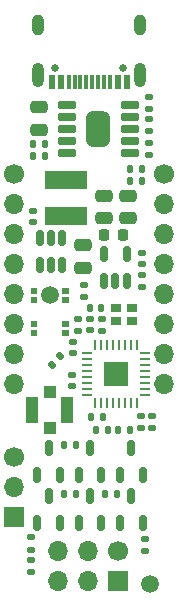
<source format=gbr>
%TF.GenerationSoftware,KiCad,Pcbnew,8.0.5-8.0.5-0~ubuntu24.04.1*%
%TF.CreationDate,2024-10-10T17:44:54+02:00*%
%TF.ProjectId,epi_ESP32_PD,6570695f-4553-4503-9332-5f50442e6b69,1_1*%
%TF.SameCoordinates,Original*%
%TF.FileFunction,Soldermask,Top*%
%TF.FilePolarity,Negative*%
%FSLAX46Y46*%
G04 Gerber Fmt 4.6, Leading zero omitted, Abs format (unit mm)*
G04 Created by KiCad (PCBNEW 8.0.5-8.0.5-0~ubuntu24.04.1) date 2024-10-10 17:44:54*
%MOMM*%
%LPD*%
G01*
G04 APERTURE LIST*
G04 Aperture macros list*
%AMRoundRect*
0 Rectangle with rounded corners*
0 $1 Rounding radius*
0 $2 $3 $4 $5 $6 $7 $8 $9 X,Y pos of 4 corners*
0 Add a 4 corners polygon primitive as box body*
4,1,4,$2,$3,$4,$5,$6,$7,$8,$9,$2,$3,0*
0 Add four circle primitives for the rounded corners*
1,1,$1+$1,$2,$3*
1,1,$1+$1,$4,$5*
1,1,$1+$1,$6,$7*
1,1,$1+$1,$8,$9*
0 Add four rect primitives between the rounded corners*
20,1,$1+$1,$2,$3,$4,$5,0*
20,1,$1+$1,$4,$5,$6,$7,0*
20,1,$1+$1,$6,$7,$8,$9,0*
20,1,$1+$1,$8,$9,$2,$3,0*%
G04 Aperture macros list end*
%ADD10RoundRect,0.062500X-0.375000X-0.062500X0.375000X-0.062500X0.375000X0.062500X-0.375000X0.062500X0*%
%ADD11RoundRect,0.062500X-0.062500X-0.375000X0.062500X-0.375000X0.062500X0.375000X-0.062500X0.375000X0*%
%ADD12R,2.000000X2.000000*%
%ADD13RoundRect,0.135000X-0.135000X-0.185000X0.135000X-0.185000X0.135000X0.185000X-0.135000X0.185000X0*%
%ADD14RoundRect,0.135000X0.135000X0.185000X-0.135000X0.185000X-0.135000X-0.185000X0.135000X-0.185000X0*%
%ADD15C,1.500000*%
%ADD16RoundRect,0.150000X0.150000X-0.512500X0.150000X0.512500X-0.150000X0.512500X-0.150000X-0.512500X0*%
%ADD17R,3.600000X1.500000*%
%ADD18R,0.900000X0.800000*%
%ADD19RoundRect,0.140000X-0.170000X0.140000X-0.170000X-0.140000X0.170000X-0.140000X0.170000X0.140000X0*%
%ADD20RoundRect,0.140000X0.170000X-0.140000X0.170000X0.140000X-0.170000X0.140000X-0.170000X-0.140000X0*%
%ADD21RoundRect,0.135000X0.185000X-0.135000X0.185000X0.135000X-0.185000X0.135000X-0.185000X-0.135000X0*%
%ADD22RoundRect,0.140000X-0.140000X-0.170000X0.140000X-0.170000X0.140000X0.170000X-0.140000X0.170000X0*%
%ADD23RoundRect,0.135000X-0.185000X0.135000X-0.185000X-0.135000X0.185000X-0.135000X0.185000X0.135000X0*%
%ADD24RoundRect,0.135000X-0.035355X0.226274X-0.226274X0.035355X0.035355X-0.226274X0.226274X-0.035355X0*%
%ADD25RoundRect,0.250000X0.475000X-0.250000X0.475000X0.250000X-0.475000X0.250000X-0.475000X-0.250000X0*%
%ADD26C,1.700000*%
%ADD27O,1.700000X1.700000*%
%ADD28R,1.700000X1.700000*%
%ADD29RoundRect,0.250000X-0.475000X0.250000X-0.475000X-0.250000X0.475000X-0.250000X0.475000X0.250000X0*%
%ADD30RoundRect,0.225000X0.225000X0.250000X-0.225000X0.250000X-0.225000X-0.250000X0.225000X-0.250000X0*%
%ADD31R,1.000000X1.000000*%
%ADD32R,1.050000X2.200000*%
%ADD33RoundRect,0.500000X0.500000X1.000000X-0.500000X1.000000X-0.500000X-1.000000X0.500000X-1.000000X0*%
%ADD34RoundRect,0.150000X0.637500X0.150000X-0.637500X0.150000X-0.637500X-0.150000X0.637500X-0.150000X0*%
%ADD35C,0.650000*%
%ADD36R,0.600000X1.240000*%
%ADD37R,0.300000X1.240000*%
%ADD38O,1.000000X2.100000*%
%ADD39O,1.000000X1.800000*%
G04 APERTURE END LIST*
%TO.C,SW2*%
G36*
X99850000Y-58100000D02*
G01*
X99300000Y-58100000D01*
X99300000Y-57550000D01*
X99850000Y-57550000D01*
X99850000Y-58100000D01*
G37*
G36*
X99850000Y-58850000D02*
G01*
X99300000Y-58850000D01*
X99300000Y-58300000D01*
X99850000Y-58300000D01*
X99850000Y-58850000D01*
G37*
G36*
X102500000Y-58100000D02*
G01*
X101950000Y-58100000D01*
X101950000Y-57550000D01*
X102500000Y-57550000D01*
X102500000Y-58100000D01*
G37*
G36*
X102500000Y-58850000D02*
G01*
X101950000Y-58850000D01*
X101950000Y-58300000D01*
X102500000Y-58300000D01*
X102500000Y-58850000D01*
G37*
%TO.C,SW1*%
G36*
X99850000Y-60900000D02*
G01*
X99300000Y-60900000D01*
X99300000Y-60350000D01*
X99850000Y-60350000D01*
X99850000Y-60900000D01*
G37*
G36*
X99850000Y-61650000D02*
G01*
X99300000Y-61650000D01*
X99300000Y-61100000D01*
X99850000Y-61100000D01*
X99850000Y-61650000D01*
G37*
G36*
X102500000Y-60900000D02*
G01*
X101950000Y-60900000D01*
X101950000Y-60350000D01*
X102500000Y-60350000D01*
X102500000Y-60900000D01*
G37*
G36*
X102500000Y-61650000D02*
G01*
X101950000Y-61650000D01*
X101950000Y-61100000D01*
X102500000Y-61100000D01*
X102500000Y-61650000D01*
G37*
%TD*%
D10*
%TO.C,U1*%
X104062500Y-63087500D03*
X104062500Y-63587500D03*
X104062500Y-64087500D03*
X104062500Y-64587500D03*
X104062500Y-65087500D03*
X104062500Y-65587500D03*
X104062500Y-66087500D03*
X104062500Y-66587500D03*
D11*
X104750000Y-67275000D03*
X105250000Y-67275000D03*
X105750000Y-67275000D03*
X106250000Y-67275000D03*
X106750000Y-67275000D03*
X107250000Y-67275000D03*
X107750000Y-67275000D03*
X108250000Y-67275000D03*
D10*
X108937500Y-66587500D03*
X108937500Y-66087500D03*
X108937500Y-65587500D03*
X108937500Y-65087500D03*
X108937500Y-64587500D03*
X108937500Y-64087500D03*
X108937500Y-63587500D03*
X108937500Y-63087500D03*
D11*
X108250000Y-62400000D03*
X107750000Y-62400000D03*
X107250000Y-62400000D03*
X106750000Y-62400000D03*
X106250000Y-62400000D03*
X105750000Y-62400000D03*
X105250000Y-62400000D03*
X104750000Y-62400000D03*
D12*
X106500000Y-64837500D03*
%TD*%
D13*
%TO.C,R10*%
X102080000Y-75000000D03*
X103100000Y-75000000D03*
%TD*%
D14*
%TO.C,R11*%
X106610000Y-75000000D03*
X105590000Y-75000000D03*
%TD*%
D15*
%TO.C,REF\u002A\u002A*%
X100900000Y-58200000D03*
%TD*%
D16*
%TO.C,Q4*%
X106857536Y-77475000D03*
X108757536Y-77475000D03*
X107807536Y-75200000D03*
%TD*%
D13*
%TO.C,R15*%
X99490000Y-46400000D03*
X100510000Y-46400000D03*
%TD*%
D16*
%TO.C,Q6*%
X99857536Y-77475000D03*
X101757536Y-77475000D03*
X100807536Y-75200000D03*
%TD*%
D17*
%TO.C,L2*%
X102300000Y-51500000D03*
X102300000Y-48450000D03*
%TD*%
D16*
%TO.C,Q2*%
X103357536Y-77475000D03*
X105257536Y-77475000D03*
X104307536Y-75200000D03*
%TD*%
D18*
%TO.C,Y1*%
X106500000Y-60400000D03*
X107900000Y-60400000D03*
X107900000Y-59300000D03*
X106500000Y-59300000D03*
%TD*%
D13*
%TO.C,R7*%
X99480000Y-45400000D03*
X100500000Y-45400000D03*
%TD*%
D19*
%TO.C,C2*%
X103300000Y-60220000D03*
X103300000Y-61180000D03*
%TD*%
D13*
%TO.C,R9*%
X102090000Y-70900000D03*
X103110000Y-70900000D03*
%TD*%
D16*
%TO.C,U2*%
X105500000Y-56937500D03*
X106450000Y-56937500D03*
X107400000Y-56937500D03*
X107400000Y-54662500D03*
X105500000Y-54662500D03*
%TD*%
D20*
%TO.C,C13*%
X103800000Y-58300000D03*
X103800000Y-57340000D03*
%TD*%
D16*
%TO.C,Q5*%
X103357536Y-73375000D03*
X105257536Y-73375000D03*
X104307536Y-71100000D03*
%TD*%
D21*
%TO.C,R12*%
X99300000Y-81610000D03*
X99300000Y-80590000D03*
%TD*%
D22*
%TO.C,C7*%
X104420000Y-68500000D03*
X105380000Y-68500000D03*
%TD*%
D20*
%TO.C,C15*%
X99500000Y-51980000D03*
X99500000Y-51020000D03*
%TD*%
D21*
%TO.C,R3*%
X109300000Y-46310000D03*
X109300000Y-45290000D03*
%TD*%
D23*
%TO.C,R2*%
X105300000Y-60190000D03*
X105300000Y-61210000D03*
%TD*%
D19*
%TO.C,C4*%
X104300000Y-60195000D03*
X104300000Y-61155000D03*
%TD*%
D16*
%TO.C,Q1*%
X106857536Y-73375000D03*
X108757536Y-73375000D03*
X107807536Y-71100000D03*
%TD*%
D24*
%TO.C,L1*%
X101810624Y-63339376D03*
X101089376Y-64060624D03*
%TD*%
D25*
%TO.C,C17*%
X107500000Y-51650000D03*
X107500000Y-49750000D03*
%TD*%
D20*
%TO.C,C1*%
X108600000Y-69380000D03*
X108600000Y-68420000D03*
%TD*%
D19*
%TO.C,C11*%
X108700000Y-54600000D03*
X108700000Y-55560000D03*
%TD*%
D26*
%TO.C,J8*%
X97900000Y-71860000D03*
D27*
X97900000Y-74400000D03*
D28*
X97900000Y-76940000D03*
%TD*%
D29*
%TO.C,C10*%
X103700000Y-53950000D03*
X103700000Y-55850000D03*
%TD*%
D13*
%TO.C,R4*%
X106690000Y-69600000D03*
X107710000Y-69600000D03*
%TD*%
D14*
%TO.C,R1*%
X108710000Y-47500000D03*
X107690000Y-47500000D03*
%TD*%
D15*
%TO.C,REF\u002A\u002A*%
X109400000Y-82600000D03*
%TD*%
D20*
%TO.C,C5*%
X102800000Y-65880000D03*
X102800000Y-64920000D03*
%TD*%
D22*
%TO.C,C3*%
X104320000Y-59300000D03*
X105280000Y-59300000D03*
%TD*%
D26*
%TO.C,J3*%
X110600000Y-47910000D03*
D27*
X110600000Y-50450000D03*
X110600000Y-52990000D03*
X110600000Y-55530000D03*
X110600000Y-58070000D03*
X110600000Y-60610000D03*
X110600000Y-63150000D03*
X110600000Y-65690000D03*
%TD*%
D13*
%TO.C,R8*%
X107680000Y-48500000D03*
X108700000Y-48500000D03*
%TD*%
D30*
%TO.C,C14*%
X107075000Y-53100000D03*
X105525000Y-53100000D03*
%TD*%
D21*
%TO.C,R6*%
X108700000Y-57510000D03*
X108700000Y-56490000D03*
%TD*%
D19*
%TO.C,C6*%
X102850000Y-62140000D03*
X102850000Y-63100000D03*
%TD*%
D23*
%TO.C,R13*%
X109000000Y-78790000D03*
X109000000Y-79810000D03*
%TD*%
D31*
%TO.C,J6*%
X100900000Y-66400000D03*
D32*
X102375000Y-67900000D03*
D31*
X100900000Y-69400000D03*
D32*
X99425000Y-67900000D03*
%TD*%
D16*
%TO.C,U5*%
X100050000Y-55637500D03*
X101000000Y-55637500D03*
X101950000Y-55637500D03*
X101950000Y-53362500D03*
X101000000Y-53362500D03*
X100050000Y-53362500D03*
%TD*%
D13*
%TO.C,R5*%
X104790000Y-69600000D03*
X105810000Y-69600000D03*
%TD*%
D29*
%TO.C,C8*%
X100000000Y-42250000D03*
X100000000Y-44150000D03*
%TD*%
D16*
%TO.C,Q3*%
X99857536Y-73375000D03*
X101757536Y-73375000D03*
X100807536Y-71100000D03*
%TD*%
D23*
%TO.C,RV2*%
X109300000Y-43290000D03*
X109300000Y-44310000D03*
%TD*%
%TO.C,R14*%
X99300000Y-78690000D03*
X99300000Y-79710000D03*
%TD*%
D26*
%TO.C,J7*%
X106640000Y-79860000D03*
D28*
X106640000Y-82400000D03*
D27*
X104100000Y-79860000D03*
X104100000Y-82400000D03*
X101560000Y-79860000D03*
X101560000Y-82400000D03*
%TD*%
D33*
%TO.C,U3*%
X104984000Y-44100000D03*
D34*
X107700000Y-46100000D03*
X107700000Y-45100000D03*
X107700000Y-44100000D03*
X107700000Y-43100000D03*
X107700000Y-42100000D03*
X102375000Y-42100000D03*
X102375000Y-43100000D03*
X102375000Y-44100000D03*
X102375000Y-45100000D03*
X102375000Y-46100000D03*
%TD*%
D19*
%TO.C,C12*%
X109600000Y-68420000D03*
X109600000Y-69380000D03*
%TD*%
D26*
%TO.C,J1*%
X97900000Y-47910000D03*
D27*
X97900000Y-50450000D03*
X97900000Y-52990000D03*
X97900000Y-55530000D03*
X97900000Y-58070000D03*
X97900000Y-60610000D03*
X97900000Y-63150000D03*
X97900000Y-65690000D03*
%TD*%
D21*
%TO.C,RV3*%
X109300000Y-42410000D03*
X109300000Y-41390000D03*
%TD*%
D35*
%TO.C,J2*%
X107140000Y-38970000D03*
X101360000Y-38970000D03*
D36*
X107450000Y-40090000D03*
X106650000Y-40090000D03*
D37*
X105500000Y-40090000D03*
X104500000Y-40090000D03*
X104000000Y-40090000D03*
X103000000Y-40090000D03*
D36*
X101850000Y-40090000D03*
X101050000Y-40090000D03*
X101050000Y-40090000D03*
X101850000Y-40090000D03*
D37*
X102500000Y-40090000D03*
X103500000Y-40090000D03*
X105000000Y-40090000D03*
X106000000Y-40090000D03*
D36*
X106650000Y-40090000D03*
X107450000Y-40090000D03*
D38*
X108570000Y-39490000D03*
D39*
X108570000Y-35290000D03*
D38*
X99930000Y-39490000D03*
D39*
X99930000Y-35290000D03*
%TD*%
D25*
%TO.C,C16*%
X105500000Y-51650000D03*
X105500000Y-49750000D03*
%TD*%
M02*

</source>
